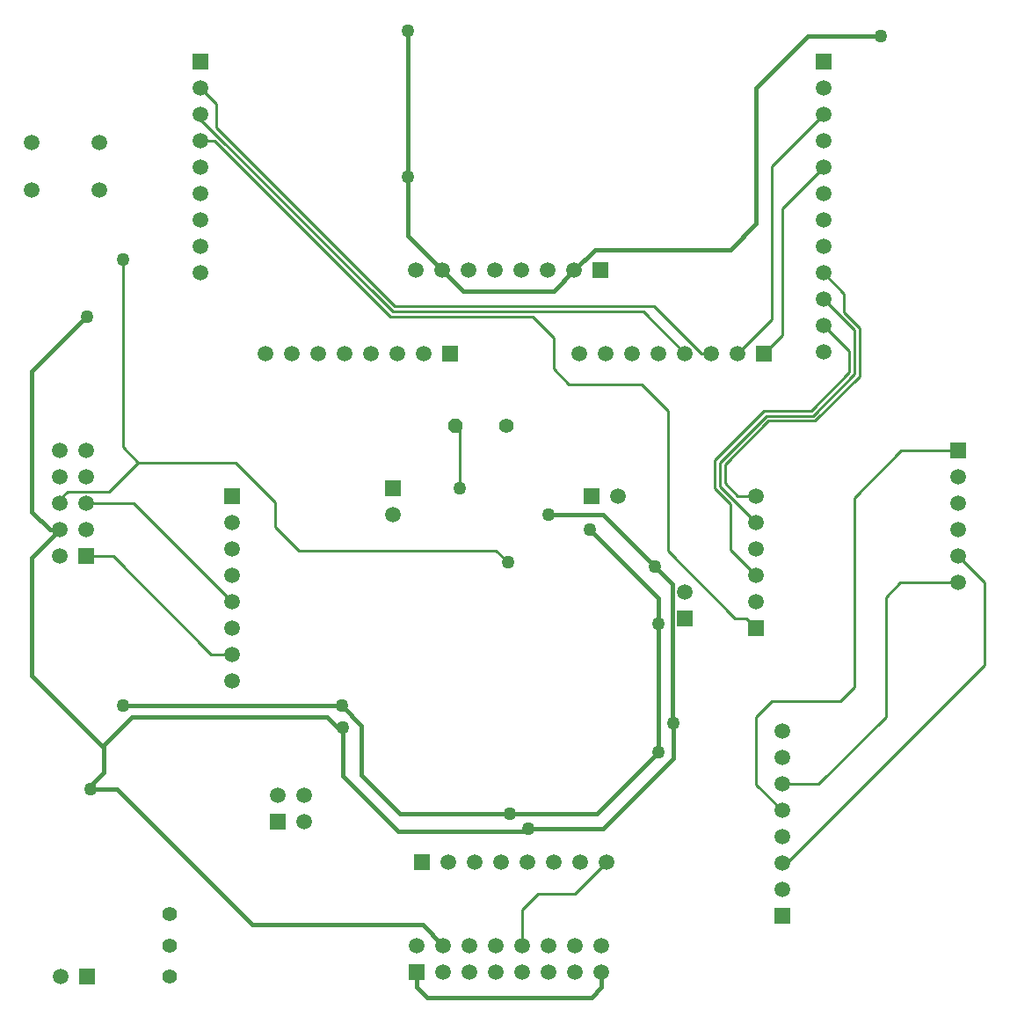
<source format=gbl>
G04 Layer_Physical_Order=2*
G04 Layer_Color=16711680*
%FSLAX25Y25*%
%MOIN*%
G70*
G01*
G75*
%ADD22C,0.01000*%
%ADD23C,0.01575*%
%ADD24R,0.05906X0.05906*%
%ADD25C,0.05906*%
%ADD26R,0.05906X0.05906*%
%ADD27P,0.05966X8X22.5*%
%ADD28C,0.05512*%
%ADD29C,0.05000*%
D22*
X82835Y145669D02*
X90551D01*
X45591Y182913D02*
X82835Y145669D01*
X35433Y182913D02*
X45591D01*
X35433Y202913D02*
X53307D01*
X90551Y165669D01*
X49213Y224410D02*
X55118Y218504D01*
X49213Y224410D02*
Y295276D01*
X55118Y218504D02*
X91969D01*
X43965Y207350D02*
X55118Y218504D01*
X28216Y207350D02*
X43965D01*
X25433Y204567D02*
X28216Y207350D01*
X25433Y202913D02*
Y204567D01*
X91969Y218504D02*
X106982Y203490D01*
Y194199D02*
Y203490D01*
Y194199D02*
X115984Y185197D01*
X285591Y159449D02*
X289370Y155669D01*
X281496Y159449D02*
X285591D01*
X255906Y185039D02*
X281496Y159449D01*
X255906Y185039D02*
Y238189D01*
X246063Y248031D02*
X255906Y238189D01*
X218504Y248031D02*
X246063D01*
X212598Y253937D02*
X218504Y248031D01*
X212598Y253937D02*
Y265591D01*
X204583Y273606D02*
X212598Y265591D01*
X150753Y273606D02*
X204583D01*
X152397Y277575D02*
X250826D01*
X84646Y345326D02*
X152397Y277575D01*
X83965Y340394D02*
X150753Y273606D01*
X78740Y340394D02*
X83965D01*
X78740Y360394D02*
X84646Y354488D01*
Y345326D02*
Y354488D01*
X299213Y314646D02*
X314961Y330394D01*
X299213Y266772D02*
Y314646D01*
X292284Y259842D02*
X299213Y266772D01*
X295276Y330709D02*
X314961Y350394D01*
X295276Y272835D02*
Y330709D01*
X282283Y259842D02*
X295276Y272835D01*
X78740Y348425D02*
X151575Y275590D01*
X250826Y277575D02*
X268558Y259842D01*
X272284D01*
X246535Y275590D02*
X262283Y259842D01*
X151575Y275590D02*
X246535D01*
X78740Y348425D02*
Y350394D01*
X273606Y219326D02*
X292485Y238205D01*
X273606Y208627D02*
Y219326D01*
Y208627D02*
X279528Y202706D01*
Y185512D02*
Y202706D01*
Y185512D02*
X289370Y175669D01*
X310202Y238205D02*
X324787Y252790D01*
X292485Y238205D02*
X310202D01*
X324787Y252790D02*
Y260567D01*
X314961Y270394D02*
X324787Y260567D01*
X314961Y290394D02*
X322835Y282520D01*
Y275326D02*
Y282520D01*
Y275326D02*
X328756Y269405D01*
Y251147D02*
Y269405D01*
X311845Y234236D02*
X328756Y251147D01*
X294129Y234236D02*
X311845D01*
X277575Y217682D02*
X294129Y234236D01*
X277575Y210614D02*
Y217682D01*
Y210614D02*
X282520Y205669D01*
X314961Y280394D02*
X326772Y268583D01*
Y251969D02*
Y268583D01*
X311024Y236221D02*
X326772Y251969D01*
X293307Y236221D02*
X311024D01*
X275590Y218504D02*
X293307Y236221D01*
X275590Y209449D02*
Y218504D01*
Y209449D02*
X289370Y195669D01*
X282520Y205669D02*
X289370D01*
X177165Y208850D02*
Y230551D01*
X175433Y232283D02*
X177165Y230551D01*
X176976Y208661D02*
X177165Y208850D01*
X115984Y185197D02*
X190787D01*
X195276Y180709D01*
X200787Y35433D02*
X202496D01*
X200787Y49213D02*
X206693Y55118D01*
X200787Y35433D02*
Y49213D01*
X366142Y182913D02*
X375984Y173071D01*
X289370Y96457D02*
X299213Y86614D01*
X289370Y96457D02*
Y122047D01*
X295276Y127953D01*
X344488Y222913D02*
X366142D01*
X299213Y96614D02*
X313150D01*
X299213Y66614D02*
X300866D01*
X375984Y141732D01*
Y173071D01*
X344173Y172913D02*
X366142D01*
X313150Y96614D02*
X338583Y122047D01*
Y167323D01*
X344173Y172913D01*
X326772Y205197D02*
X344488Y222913D01*
X295276Y127953D02*
X321339D01*
X326772Y133386D01*
Y205197D01*
X220787Y55118D02*
X232598Y66929D01*
X206693Y55118D02*
X220787D01*
D23*
X126824Y122047D02*
X131768Y117103D01*
X36991Y96046D02*
X42107Y101162D01*
X36991Y94601D02*
Y96046D01*
X47131Y94601D02*
X98425Y43307D01*
X36991Y94601D02*
X47131D01*
X162913Y43307D02*
X170787Y35433D01*
X98425Y43307D02*
X162913D01*
X14764Y182244D02*
X25433Y192913D01*
X14764Y137579D02*
Y182244D01*
Y137579D02*
X42107Y110236D01*
Y111398D01*
Y101162D02*
Y110236D01*
X160787Y19685D02*
Y25433D01*
Y19685D02*
X164724Y15748D01*
X226969D01*
X230787Y19567D01*
Y25433D01*
X14764Y252953D02*
X35433Y273622D01*
X14764Y199803D02*
Y252953D01*
Y199803D02*
X21654Y192913D01*
X35433Y273622D02*
X35591D01*
X21654Y192913D02*
X25433D01*
X220472Y291339D02*
X228346Y299213D01*
X279528D01*
X289370Y309055D01*
Y360236D01*
X309055Y379921D01*
X336614D01*
X170472Y291339D02*
X178347Y283465D01*
X212598D01*
X220472Y291339D01*
X157480Y326772D02*
Y381890D01*
Y304331D02*
Y326772D01*
Y304331D02*
X170472Y291339D01*
X42107Y111398D02*
X52756Y122047D01*
X126824D01*
X49213Y126378D02*
X132255D01*
X154488Y85354D02*
X196142D01*
X139764Y100079D02*
X154488Y85354D01*
X139764Y100079D02*
Y118869D01*
X132255Y126378D02*
X139764Y118869D01*
X132649Y99685D02*
Y117984D01*
Y99685D02*
X153594Y78740D01*
X202173D01*
X203157Y79724D01*
X231299D01*
X196142Y85354D02*
X229055D01*
X231299Y79724D02*
X257874Y106299D01*
Y119614D01*
X229055Y85354D02*
X252284Y108583D01*
Y157480D01*
X257559Y119929D02*
X257874Y119614D01*
X257559Y119929D02*
Y172401D01*
X250902Y179058D02*
X257559Y172401D01*
X252284Y157480D02*
Y167008D01*
X226378Y192913D02*
X252284Y167008D01*
X231298Y198661D02*
X250902Y179058D01*
X210787Y198661D02*
X231298D01*
D24*
X262283Y159291D02*
D03*
X314961Y370394D02*
D03*
X78740D02*
D03*
X151575Y208661D02*
D03*
X299213Y46614D02*
D03*
X366142Y222913D02*
D03*
X90551Y205669D02*
D03*
X35433Y182913D02*
D03*
X289370Y155669D02*
D03*
D25*
X262283Y169291D02*
D03*
X314961Y260394D02*
D03*
Y270394D02*
D03*
Y280394D02*
D03*
Y290394D02*
D03*
Y300394D02*
D03*
Y310394D02*
D03*
Y320394D02*
D03*
Y330394D02*
D03*
Y340394D02*
D03*
Y350394D02*
D03*
Y360394D02*
D03*
X78740Y350394D02*
D03*
Y340394D02*
D03*
Y330394D02*
D03*
Y320394D02*
D03*
Y310394D02*
D03*
Y300394D02*
D03*
Y290394D02*
D03*
Y360394D02*
D03*
X220472Y291339D02*
D03*
X210472D02*
D03*
X200472D02*
D03*
X190472D02*
D03*
X180472D02*
D03*
X170472D02*
D03*
X160472D02*
D03*
X118110Y92520D02*
D03*
Y82520D02*
D03*
X108110Y92520D02*
D03*
X151575Y198661D02*
D03*
X236968Y205669D02*
D03*
X299213Y56614D02*
D03*
Y66614D02*
D03*
Y76614D02*
D03*
Y86614D02*
D03*
Y96614D02*
D03*
Y106614D02*
D03*
Y116614D02*
D03*
X172598Y66929D02*
D03*
X182598D02*
D03*
X192598D02*
D03*
X202598D02*
D03*
X212598D02*
D03*
X222598D02*
D03*
X232598D02*
D03*
X366142Y212913D02*
D03*
Y202913D02*
D03*
Y192913D02*
D03*
Y182913D02*
D03*
Y172913D02*
D03*
X90551Y195669D02*
D03*
Y185669D02*
D03*
Y175669D02*
D03*
Y165669D02*
D03*
Y155669D02*
D03*
Y145669D02*
D03*
Y135669D02*
D03*
X25433Y222913D02*
D03*
X35433D02*
D03*
X25433Y212913D02*
D03*
X35433D02*
D03*
X25433Y202913D02*
D03*
X35433D02*
D03*
X25433Y192913D02*
D03*
X35433D02*
D03*
X25433Y182913D02*
D03*
X160787Y35433D02*
D03*
X170787Y25433D02*
D03*
Y35433D02*
D03*
X180787Y25433D02*
D03*
Y35433D02*
D03*
X190787Y25433D02*
D03*
Y35433D02*
D03*
X200787Y25433D02*
D03*
Y35433D02*
D03*
X210787Y25433D02*
D03*
Y35433D02*
D03*
X220787Y25433D02*
D03*
Y35433D02*
D03*
X230787Y25433D02*
D03*
Y35433D02*
D03*
X282283Y259842D02*
D03*
X272284D02*
D03*
X262283D02*
D03*
X252284D02*
D03*
X242284D02*
D03*
X232283D02*
D03*
X222284D02*
D03*
X163228D02*
D03*
X153228D02*
D03*
X143228D02*
D03*
X133228D02*
D03*
X123228D02*
D03*
X113228D02*
D03*
X103228D02*
D03*
X289370Y165669D02*
D03*
Y175669D02*
D03*
Y185669D02*
D03*
Y195669D02*
D03*
Y205669D02*
D03*
X14764Y339567D02*
D03*
Y321850D02*
D03*
X40354Y339567D02*
D03*
Y321850D02*
D03*
X25591Y23622D02*
D03*
D26*
X230472Y291339D02*
D03*
X108110Y82520D02*
D03*
X226969Y205669D02*
D03*
X162598Y66929D02*
D03*
X160787Y25433D02*
D03*
X292284Y259842D02*
D03*
X173228D02*
D03*
X35591Y23622D02*
D03*
D27*
X175433Y232283D02*
D03*
D28*
X194646D02*
D03*
X66929Y47244D02*
D03*
Y23622D02*
D03*
Y35433D02*
D03*
D29*
X36991Y94601D02*
D03*
X132649Y117984D02*
D03*
X35591Y273622D02*
D03*
X49213Y295276D02*
D03*
X176976Y208661D02*
D03*
X195276Y180709D02*
D03*
X336614Y379921D02*
D03*
X157480Y326772D02*
D03*
Y381890D02*
D03*
X49213Y126378D02*
D03*
X132255D02*
D03*
X196142Y85354D02*
D03*
X203157Y79724D02*
D03*
X257874Y119614D02*
D03*
X252284Y108583D02*
D03*
Y157480D02*
D03*
X250902Y179058D02*
D03*
X226378Y192913D02*
D03*
X210787Y198661D02*
D03*
M02*

</source>
